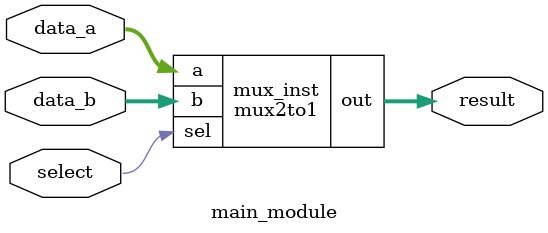
<source format=v>
/*
 * Simple Module Instantiation Example
 * MyLogic EDA Tool - Module Hierarchy Support
 */

// 2-to-1 Multiplexer Module
module mux2to1(
    input [3:0] a, b,
    input sel,
    output [3:0] out
);
    assign out = sel ? b : a;
endmodule

// Main module with instantiation
module main_module(
    input [3:0] data_a, data_b,
    input select,
    output [3:0] result
);
    
    // Instantiate mux2to1
    mux2to1 mux_inst (.a(data_a), .b(data_b), .sel(select), .out(result));
endmodule

</source>
